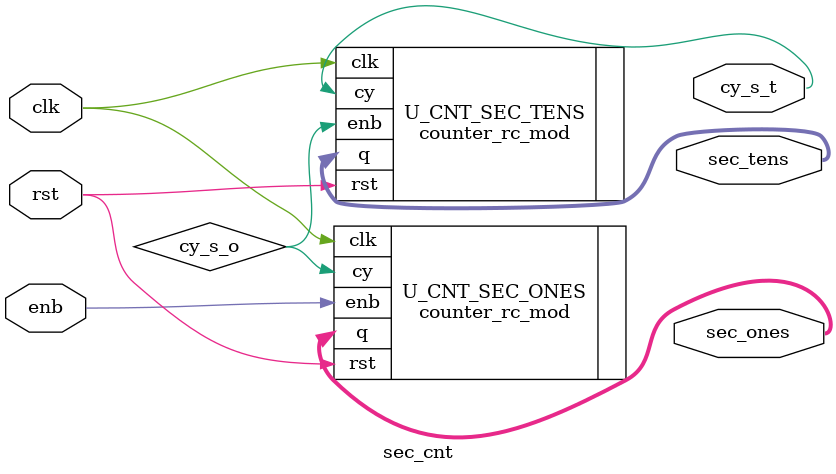
<source format=sv>
module sec_cnt(
                input logic clk, rst, enb,
                output logic [3:0] sec_tens, sec_ones,
                output logic cy_s_t);
logic cy_s_o;
    
counter_rc_mod #(.MOD(10)) U_CNT_SEC_ONES (.clk, .rst, .enb, .q(sec_ones), .cy(cy_s_o));

counter_rc_mod #(.MOD(6)) U_CNT_SEC_TENS (.clk, .rst, .enb(cy_s_o), .q(sec_tens), .cy(cy_s_t));
    
endmodule


</source>
